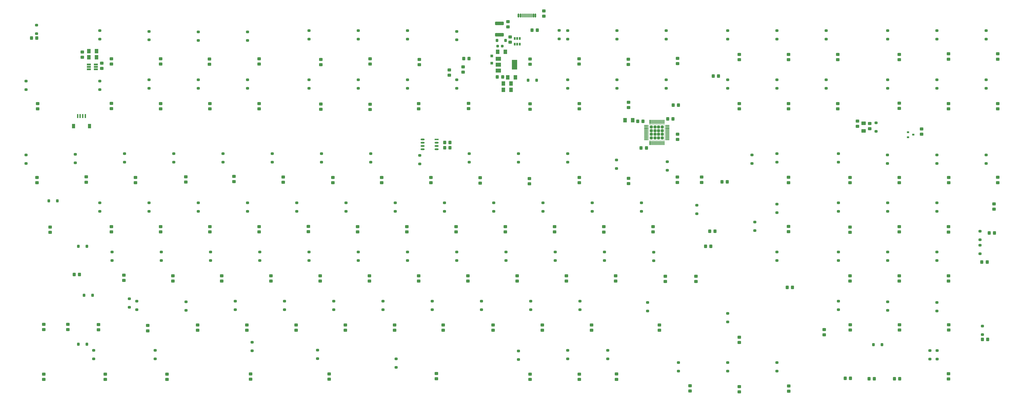
<source format=gbr>
G04 #@! TF.GenerationSoftware,KiCad,Pcbnew,(6.0.0)*
G04 #@! TF.CreationDate,2022-01-14T13:14:55-05:00*
G04 #@! TF.ProjectId,Boston-keyboard-V06-1J,426f7374-6f6e-42d6-9b65-79626f617264,rev?*
G04 #@! TF.SameCoordinates,Original*
G04 #@! TF.FileFunction,Paste,Bot*
G04 #@! TF.FilePolarity,Positive*
%FSLAX46Y46*%
G04 Gerber Fmt 4.6, Leading zero omitted, Abs format (unit mm)*
G04 Created by KiCad (PCBNEW (6.0.0)) date 2022-01-14 13:14:55*
%MOMM*%
%LPD*%
G01*
G04 APERTURE LIST*
G04 Aperture macros list*
%AMRoundRect*
0 Rectangle with rounded corners*
0 $1 Rounding radius*
0 $2 $3 $4 $5 $6 $7 $8 $9 X,Y pos of 4 corners*
0 Add a 4 corners polygon primitive as box body*
4,1,4,$2,$3,$4,$5,$6,$7,$8,$9,$2,$3,0*
0 Add four circle primitives for the rounded corners*
1,1,$1+$1,$2,$3*
1,1,$1+$1,$4,$5*
1,1,$1+$1,$6,$7*
1,1,$1+$1,$8,$9*
0 Add four rect primitives between the rounded corners*
20,1,$1+$1,$2,$3,$4,$5,0*
20,1,$1+$1,$4,$5,$6,$7,0*
20,1,$1+$1,$6,$7,$8,$9,0*
20,1,$1+$1,$8,$9,$2,$3,0*%
G04 Aperture macros list end*
%ADD10RoundRect,0.249999X-0.325001X-0.450001X0.325001X-0.450001X0.325001X0.450001X-0.325001X0.450001X0*%
%ADD11RoundRect,0.250000X-0.350000X0.250000X-0.350000X-0.250000X0.350000X-0.250000X0.350000X0.250000X0*%
%ADD12RoundRect,0.249999X0.325001X0.450001X-0.325001X0.450001X-0.325001X-0.450001X0.325001X-0.450001X0*%
%ADD13RoundRect,0.250001X-0.462499X-0.624999X0.462499X-0.624999X0.462499X0.624999X-0.462499X0.624999X0*%
%ADD14RoundRect,0.249999X-0.450001X0.325001X-0.450001X-0.325001X0.450001X-0.325001X0.450001X0.325001X0*%
%ADD15RoundRect,0.250000X-0.450000X0.325000X-0.450000X-0.325000X0.450000X-0.325000X0.450000X0.325000X0*%
%ADD16RoundRect,0.250000X0.325000X0.450000X-0.325000X0.450000X-0.325000X-0.450000X0.325000X-0.450000X0*%
%ADD17RoundRect,0.250000X0.250000X0.350000X-0.250000X0.350000X-0.250000X-0.350000X0.250000X-0.350000X0*%
%ADD18RoundRect,0.249999X0.450001X-0.325001X0.450001X0.325001X-0.450001X0.325001X-0.450001X-0.325001X0*%
%ADD19R,2.000000X1.500000*%
%ADD20R,2.000000X3.800000*%
%ADD21R,1.550000X0.600000*%
%ADD22RoundRect,0.300000X0.475000X0.000000X-0.475000X0.000000X-0.475000X0.000000X0.475000X0.000000X0*%
%ADD23R,1.100000X1.100000*%
%ADD24RoundRect,0.150000X-0.150000X-0.575000X0.150000X-0.575000X0.150000X0.575000X-0.150000X0.575000X0*%
%ADD25RoundRect,0.075000X-0.075000X-0.650000X0.075000X-0.650000X0.075000X0.650000X-0.075000X0.650000X0*%
%ADD26RoundRect,0.237500X0.287500X0.237500X-0.287500X0.237500X-0.287500X-0.237500X0.287500X-0.237500X0*%
%ADD27RoundRect,0.250001X-0.624999X0.462499X-0.624999X-0.462499X0.624999X-0.462499X0.624999X0.462499X0*%
%ADD28RoundRect,0.250000X0.450000X-0.325000X0.450000X0.325000X-0.450000X0.325000X-0.450000X-0.325000X0*%
%ADD29RoundRect,0.250000X-0.250000X-0.350000X0.250000X-0.350000X0.250000X0.350000X-0.250000X0.350000X0*%
%ADD30RoundRect,0.075000X0.662500X0.075000X-0.662500X0.075000X-0.662500X-0.075000X0.662500X-0.075000X0*%
%ADD31RoundRect,0.075000X0.075000X0.662500X-0.075000X0.662500X-0.075000X-0.662500X0.075000X-0.662500X0*%
%ADD32RoundRect,0.250000X-0.325000X-0.450000X0.325000X-0.450000X0.325000X0.450000X-0.325000X0.450000X0*%
%ADD33RoundRect,0.250000X1.450000X-0.400000X1.450000X0.400000X-1.450000X0.400000X-1.450000X-0.400000X0*%
%ADD34R,1.560000X0.650000*%
%ADD35R,0.600000X1.550000*%
%ADD36R,1.200000X1.800000*%
%ADD37RoundRect,0.250000X0.315000X0.315000X-0.315000X0.315000X-0.315000X-0.315000X0.315000X-0.315000X0*%
%ADD38RoundRect,0.062500X0.375000X0.062500X-0.375000X0.062500X-0.375000X-0.062500X0.375000X-0.062500X0*%
%ADD39RoundRect,0.062500X0.062500X0.375000X-0.062500X0.375000X-0.062500X-0.375000X0.062500X-0.375000X0*%
%ADD40R,0.900000X0.800000*%
%ADD41R,0.650000X1.060000*%
G04 APERTURE END LIST*
D10*
X374855000Y-168121250D03*
X376905000Y-168121250D03*
D11*
X124578750Y-100113750D03*
X124578750Y-103413750D03*
D12*
X78625000Y-127900000D03*
X76575000Y-127900000D03*
D13*
X244312500Y-51555000D03*
X247287500Y-51555000D03*
D14*
X148153125Y-109311250D03*
X148153125Y-111361250D03*
D13*
X240412500Y-41625000D03*
X243387500Y-41625000D03*
D11*
X238878750Y-100113750D03*
X238878750Y-103413750D03*
D15*
X258250000Y-25800000D03*
X258250000Y-27850000D03*
D16*
X242325000Y-51375000D03*
X240275000Y-51375000D03*
D17*
X255450000Y-52600000D03*
X252150000Y-52600000D03*
D16*
X221955000Y-78800000D03*
X219905000Y-78800000D03*
D11*
X97908750Y-137261250D03*
X97908750Y-140561250D03*
D14*
X262453125Y-109311250D03*
X262453125Y-111361250D03*
D11*
X286503750Y-52488750D03*
X286503750Y-55788750D03*
D14*
X157440000Y-90102500D03*
X157440000Y-92152500D03*
X67220000Y-109470000D03*
X67220000Y-111520000D03*
X252690000Y-90737500D03*
X252690000Y-92787500D03*
D18*
X290975000Y-46500000D03*
X290975000Y-44450000D03*
D14*
X190777500Y-128361250D03*
X190777500Y-130411250D03*
D11*
X224591250Y-52488750D03*
X224591250Y-55788750D03*
D18*
X252925000Y-46450000D03*
X252925000Y-44400000D03*
D14*
X276740625Y-147411250D03*
X276740625Y-149461250D03*
D19*
X240650000Y-48925000D03*
X240650000Y-46625000D03*
D20*
X246950000Y-46625000D03*
D19*
X240650000Y-44325000D03*
D11*
X276978750Y-100113750D03*
X276978750Y-103413750D03*
D14*
X414853125Y-61686250D03*
X414853125Y-63736250D03*
D11*
X348416250Y-81063750D03*
X348416250Y-84363750D03*
D14*
X171727500Y-128361250D03*
X171727500Y-130411250D03*
X209827500Y-128361250D03*
X209827500Y-130411250D03*
D11*
X57903750Y-52965000D03*
X57903750Y-56265000D03*
D21*
X216800000Y-75585000D03*
D22*
X216800000Y-76855000D03*
X216800000Y-78125000D03*
X216800000Y-79395000D03*
X211400000Y-79395000D03*
X211400000Y-78125000D03*
X211400000Y-76855000D03*
X211400000Y-75585000D03*
D15*
X87200000Y-46000000D03*
X87200000Y-48050000D03*
D11*
X348416250Y-33438750D03*
X348416250Y-36738750D03*
X76953750Y-81318750D03*
X76953750Y-84618750D03*
D14*
X243403125Y-109311250D03*
X243403125Y-111361250D03*
D11*
X115053750Y-81063750D03*
X115053750Y-84363750D03*
D14*
X152677500Y-128361250D03*
X152677500Y-130411250D03*
X352940625Y-42636250D03*
X352940625Y-44686250D03*
D23*
X238150000Y-43225000D03*
X238150000Y-46025000D03*
D11*
X205541250Y-52488750D03*
X205541250Y-55788750D03*
D13*
X82262500Y-41325000D03*
X85237500Y-41325000D03*
D11*
X243641250Y-119163750D03*
X243641250Y-122463750D03*
D14*
X433903125Y-42398125D03*
X433903125Y-44448125D03*
X219352500Y-147411250D03*
X219352500Y-149461250D03*
D18*
X271900000Y-46375000D03*
X271900000Y-44325000D03*
D11*
X329366250Y-33438750D03*
X329366250Y-36738750D03*
X172203750Y-81063750D03*
X172203750Y-84363750D03*
D14*
X302934375Y-147411250D03*
X302934375Y-149461250D03*
X81240000Y-90075000D03*
X81240000Y-92125000D03*
D11*
X219828750Y-100113750D03*
X219828750Y-103413750D03*
D14*
X228877500Y-128361250D03*
X228877500Y-130411250D03*
D15*
X309950000Y-90165000D03*
X309950000Y-92215000D03*
D16*
X255725000Y-33250000D03*
X253675000Y-33250000D03*
D14*
X110053125Y-109311250D03*
X110053125Y-111361250D03*
X333900000Y-171325000D03*
X333900000Y-173375000D03*
X138390000Y-89857500D03*
X138390000Y-91907500D03*
D11*
X57903750Y-81540000D03*
X57903750Y-84840000D03*
D14*
X64809375Y-147173125D03*
X64809375Y-149223125D03*
X414850000Y-166325000D03*
X414850000Y-168375000D03*
D11*
X167441250Y-119163750D03*
X167441250Y-122463750D03*
X298410000Y-138690000D03*
X298410000Y-141990000D03*
D18*
X110053125Y-46353125D03*
X110053125Y-44303125D03*
D11*
X410328750Y-100113750D03*
X410328750Y-103413750D03*
D10*
X320800625Y-116924375D03*
X322850625Y-116924375D03*
D16*
X296625000Y-68500000D03*
X294575000Y-68500000D03*
D18*
X210060000Y-46630000D03*
X210060000Y-44580000D03*
D14*
X352940625Y-109238750D03*
X352940625Y-111288750D03*
D11*
X61975000Y-31275000D03*
X61975000Y-34575000D03*
D14*
X281503125Y-109383750D03*
X281503125Y-111433750D03*
X129103125Y-61686250D03*
X129103125Y-63736250D03*
X353020000Y-171075000D03*
X353020000Y-173125000D03*
D11*
X367466250Y-33438750D03*
X367466250Y-36738750D03*
D14*
X95819600Y-128139000D03*
X95819600Y-130189000D03*
D11*
X143628750Y-33915000D03*
X143628750Y-37215000D03*
D14*
X352950000Y-90250000D03*
X352950000Y-92300000D03*
X395803125Y-61520625D03*
X395803125Y-63570625D03*
X91003125Y-61613750D03*
X91003125Y-63663750D03*
X333890625Y-42636250D03*
X333890625Y-44686250D03*
D15*
X366700000Y-149200000D03*
X366700000Y-151250000D03*
D11*
X427930000Y-147890000D03*
X427930000Y-151190000D03*
D14*
X266977500Y-128361250D03*
X266977500Y-130411250D03*
X86002500Y-147252500D03*
X86002500Y-149302500D03*
X414900000Y-147375000D03*
X414900000Y-149425000D03*
D11*
X205541250Y-33438750D03*
X205541250Y-36738750D03*
D14*
X352940625Y-61686250D03*
X352940625Y-63736250D03*
D11*
X317460000Y-101066250D03*
X317460000Y-104366250D03*
D14*
X124340625Y-147411250D03*
X124340625Y-149461250D03*
D11*
X124578750Y-52488750D03*
X124578750Y-55788750D03*
D15*
X79675000Y-41700000D03*
X79675000Y-43750000D03*
D11*
X84097500Y-157263750D03*
X84097500Y-160563750D03*
D14*
X229115625Y-61613750D03*
X229115625Y-63663750D03*
X333900000Y-152175000D03*
X333900000Y-154225000D03*
D24*
X248487000Y-27575000D03*
X249287000Y-27575000D03*
D25*
X250487000Y-27575000D03*
X251483000Y-27575000D03*
X251987000Y-27575000D03*
X252987000Y-27575000D03*
D24*
X254987000Y-27575000D03*
X254187000Y-27575000D03*
D25*
X253487000Y-27575000D03*
X252487000Y-27575000D03*
X250987000Y-27575000D03*
X249987000Y-27575000D03*
D14*
X62428125Y-61686250D03*
X62428125Y-63736250D03*
X186253125Y-109311250D03*
X186253125Y-111361250D03*
D17*
X81461250Y-117003750D03*
X78161250Y-117003750D03*
D14*
X214590000Y-90261250D03*
X214590000Y-92311250D03*
D11*
X348416250Y-162026250D03*
X348416250Y-165326250D03*
X124578750Y-33915000D03*
X124578750Y-37215000D03*
D26*
X242175000Y-39400000D03*
X240425000Y-39400000D03*
D14*
X271978125Y-61686250D03*
X271978125Y-63736250D03*
D10*
X427718750Y-123036250D03*
X429768750Y-123036250D03*
D11*
X91241250Y-119163750D03*
X91241250Y-122463750D03*
D10*
X322467500Y-111130000D03*
X324517500Y-111130000D03*
D14*
X433850000Y-90250000D03*
X433850000Y-92300000D03*
D11*
X339900000Y-107550000D03*
X339900000Y-110850000D03*
X119816250Y-138435000D03*
X119816250Y-141735000D03*
D10*
X352425000Y-132875000D03*
X354475000Y-132875000D03*
D14*
X129103125Y-109311250D03*
X129103125Y-111361250D03*
D11*
X296028750Y-100113750D03*
X296028750Y-103413750D03*
D14*
X64809375Y-166461250D03*
X64809375Y-168511250D03*
D11*
X86478750Y-52965000D03*
X86478750Y-56265000D03*
D10*
X308275000Y-62275000D03*
X310325000Y-62275000D03*
D14*
X395803125Y-109311250D03*
X395803125Y-111361250D03*
X317140000Y-128545000D03*
X317140000Y-130595000D03*
D11*
X329366250Y-142976250D03*
X329366250Y-146276250D03*
D27*
X382000000Y-69312500D03*
X382000000Y-72287500D03*
D11*
X348416250Y-119163750D03*
X348416250Y-122463750D03*
X429378750Y-52488750D03*
X429378750Y-55788750D03*
D14*
X171965625Y-61851875D03*
X171965625Y-63901875D03*
X162440625Y-147411250D03*
X162440625Y-149461250D03*
X376753125Y-90261250D03*
X376753125Y-92311250D03*
X247927500Y-128361250D03*
X247927500Y-130411250D03*
X200540625Y-147411250D03*
X200540625Y-149461250D03*
D11*
X306020000Y-84180000D03*
X306020000Y-87480000D03*
X129341250Y-119163750D03*
X129341250Y-122463750D03*
D28*
X310030000Y-75560000D03*
X310030000Y-73510000D03*
D14*
X114717200Y-128361250D03*
X114717200Y-130411250D03*
X395803125Y-128361250D03*
X395803125Y-130411250D03*
X205303125Y-109311250D03*
X205303125Y-111361250D03*
D18*
X191015625Y-46353125D03*
X191015625Y-44303125D03*
D14*
X333890625Y-61686250D03*
X333890625Y-63736250D03*
D11*
X329366250Y-162026250D03*
X329366250Y-165326250D03*
X372228750Y-100113750D03*
X372228750Y-103413750D03*
X338800000Y-81550000D03*
X338800000Y-84850000D03*
D14*
X224353125Y-109311250D03*
X224353125Y-111361250D03*
D11*
X176966250Y-138213750D03*
X176966250Y-141513750D03*
X248403750Y-81063750D03*
X248403750Y-84363750D03*
X138866250Y-138213750D03*
X138866250Y-141513750D03*
D13*
X289642500Y-68085000D03*
X292617500Y-68085000D03*
D14*
X286027500Y-128361250D03*
X286027500Y-130411250D03*
X271978125Y-166461250D03*
X271978125Y-168511250D03*
D10*
X384062500Y-168280000D03*
X386112500Y-168280000D03*
D14*
X133627500Y-128361250D03*
X133627500Y-130411250D03*
X105052500Y-147649375D03*
X105052500Y-149699375D03*
D11*
X372228750Y-138213750D03*
X372228750Y-141513750D03*
D14*
X167203125Y-109238750D03*
X167203125Y-111288750D03*
D11*
X305553750Y-33438750D03*
X305553750Y-36738750D03*
D14*
X395803125Y-42636250D03*
X395803125Y-44686250D03*
D11*
X391278750Y-52488750D03*
X391278750Y-55788750D03*
X281741250Y-119163750D03*
X281741250Y-122463750D03*
X286410000Y-83485000D03*
X286410000Y-86785000D03*
D14*
X181490625Y-147411250D03*
X181490625Y-149461250D03*
X432450000Y-100535000D03*
X432450000Y-102585000D03*
D11*
X210250000Y-81775000D03*
X210250000Y-85075000D03*
X348416250Y-52488750D03*
X348416250Y-55788750D03*
D14*
X314790000Y-170990000D03*
X314790000Y-173040000D03*
D11*
X267453750Y-157263750D03*
X267453750Y-160563750D03*
X224591250Y-33693750D03*
X224591250Y-36993750D03*
D14*
X195540000Y-90261250D03*
X195540000Y-92311250D03*
X74096250Y-147173125D03*
X74096250Y-149223125D03*
D11*
X257928750Y-100113750D03*
X257928750Y-103413750D03*
D14*
X143390625Y-147411250D03*
X143390625Y-149461250D03*
D11*
X186491250Y-119163750D03*
X186491250Y-122463750D03*
D14*
X371990625Y-61686250D03*
X371990625Y-63736250D03*
X371990625Y-42636250D03*
X371990625Y-44686250D03*
D11*
X186491250Y-52488750D03*
X186491250Y-55788750D03*
X391278750Y-119163750D03*
X391278750Y-122463750D03*
X215066250Y-138213750D03*
X215066250Y-141513750D03*
D29*
X240150000Y-37200000D03*
X243450000Y-37200000D03*
D14*
X395800000Y-90300000D03*
X395800000Y-92350000D03*
X291000000Y-61175000D03*
X291000000Y-63225000D03*
X238640625Y-147411250D03*
X238640625Y-149461250D03*
D13*
X242612500Y-53925000D03*
X245587500Y-53925000D03*
D11*
X348416250Y-100590000D03*
X348416250Y-103890000D03*
D15*
X319325000Y-90150000D03*
X319325000Y-92200000D03*
D14*
X175200000Y-166400000D03*
X175200000Y-168450000D03*
D11*
X391200000Y-81540000D03*
X391200000Y-84840000D03*
D14*
X414875000Y-90300000D03*
X414875000Y-92350000D03*
D18*
X171965625Y-46591250D03*
X171965625Y-44541250D03*
D11*
X429378750Y-33438750D03*
X429378750Y-36738750D03*
X196016250Y-138213750D03*
X196016250Y-141513750D03*
X283000000Y-157263750D03*
X283000000Y-160563750D03*
X410328750Y-33438750D03*
X410328750Y-36738750D03*
D14*
X209827500Y-61686250D03*
X209827500Y-63736250D03*
D11*
X410400000Y-157350000D03*
X410400000Y-160650000D03*
D17*
X389050000Y-155100000D03*
X385750000Y-155100000D03*
D11*
X167441250Y-33438750D03*
X167441250Y-36738750D03*
D13*
X242612500Y-56325000D03*
X245587500Y-56325000D03*
D30*
X306122500Y-70120000D03*
X306122500Y-70620000D03*
X306122500Y-71120000D03*
X306122500Y-71620000D03*
X306122500Y-72120000D03*
X306122500Y-72620000D03*
X306122500Y-73120000D03*
X306122500Y-73620000D03*
X306122500Y-74120000D03*
X306122500Y-74620000D03*
X306122500Y-75120000D03*
X306122500Y-75620000D03*
D31*
X304710000Y-77032500D03*
X304210000Y-77032500D03*
X303710000Y-77032500D03*
X303210000Y-77032500D03*
X302710000Y-77032500D03*
X302210000Y-77032500D03*
X301710000Y-77032500D03*
X301210000Y-77032500D03*
X300710000Y-77032500D03*
X300210000Y-77032500D03*
X299710000Y-77032500D03*
X299210000Y-77032500D03*
D30*
X297797500Y-75620000D03*
X297797500Y-75120000D03*
X297797500Y-74620000D03*
X297797500Y-74120000D03*
X297797500Y-73620000D03*
X297797500Y-73120000D03*
X297797500Y-72620000D03*
X297797500Y-72120000D03*
X297797500Y-71620000D03*
X297797500Y-71120000D03*
X297797500Y-70620000D03*
X297797500Y-70120000D03*
D31*
X299210000Y-68707500D03*
X299710000Y-68707500D03*
X300210000Y-68707500D03*
X300710000Y-68707500D03*
X301210000Y-68707500D03*
X301710000Y-68707500D03*
X302210000Y-68707500D03*
X302710000Y-68707500D03*
X303210000Y-68707500D03*
X303710000Y-68707500D03*
X304210000Y-68707500D03*
X304710000Y-68707500D03*
D15*
X144820000Y-166390000D03*
X144820000Y-168440000D03*
D11*
X153153750Y-81063750D03*
X153153750Y-84363750D03*
X200778750Y-100113750D03*
X200778750Y-103413750D03*
X234116250Y-138213750D03*
X234116250Y-141513750D03*
X372228750Y-81063750D03*
X372228750Y-84363750D03*
X391278750Y-138468750D03*
X391278750Y-141768750D03*
D18*
X128865000Y-46425625D03*
X128865000Y-44375625D03*
D11*
X186491250Y-33438750D03*
X186491250Y-36738750D03*
X267453750Y-81063750D03*
X267453750Y-84363750D03*
X110291250Y-119163750D03*
X110291250Y-122463750D03*
D14*
X376753125Y-128361250D03*
X376753125Y-130411250D03*
D11*
X100766250Y-138213750D03*
X100766250Y-141513750D03*
D15*
X384300000Y-69400000D03*
X384300000Y-71450000D03*
D11*
X372228750Y-119163750D03*
X372228750Y-122463750D03*
X429378750Y-81540000D03*
X429378750Y-84840000D03*
X229353750Y-81063750D03*
X229353750Y-84363750D03*
X329366250Y-52488750D03*
X329366250Y-55788750D03*
X391278750Y-33438750D03*
X391278750Y-36738750D03*
D14*
X300553125Y-109311250D03*
X300553125Y-111361250D03*
X88621875Y-166461250D03*
X88621875Y-168511250D03*
D12*
X432595000Y-111820000D03*
X430545000Y-111820000D03*
D11*
X157916250Y-138213750D03*
X157916250Y-141513750D03*
D17*
X81450000Y-154900000D03*
X78150000Y-154900000D03*
D32*
X219890000Y-76760000D03*
X221940000Y-76760000D03*
D17*
X70031250Y-99382500D03*
X66731250Y-99382500D03*
X83650000Y-135900000D03*
X80350000Y-135900000D03*
D15*
X245200000Y-35850000D03*
X245200000Y-37900000D03*
D10*
X393905000Y-168280000D03*
X395955000Y-168280000D03*
D14*
X110053125Y-61686250D03*
X110053125Y-63736250D03*
D11*
X167441250Y-52488750D03*
X167441250Y-55788750D03*
D32*
X295885000Y-78875000D03*
X297935000Y-78875000D03*
D14*
X414853125Y-109383750D03*
X414853125Y-111433750D03*
D11*
X367466250Y-52488750D03*
X367466250Y-55788750D03*
D33*
X241100000Y-35025000D03*
X241100000Y-30575000D03*
D14*
X305240000Y-128525000D03*
X305240000Y-130575000D03*
X119750000Y-90025000D03*
X119750000Y-92075000D03*
D28*
X379590000Y-70505000D03*
X379590000Y-68455000D03*
D14*
X414853125Y-128361250D03*
X414853125Y-130411250D03*
D16*
X308225000Y-67625000D03*
X306175000Y-67625000D03*
D34*
X84971250Y-46521250D03*
X84971250Y-47471250D03*
X84971250Y-48421250D03*
X82271250Y-48421250D03*
X82271250Y-47471250D03*
X82271250Y-46521250D03*
D13*
X82237500Y-43725000D03*
X85212500Y-43725000D03*
D11*
X264200000Y-33300000D03*
X264200000Y-36600000D03*
X205541250Y-119163750D03*
X205541250Y-122463750D03*
X386800000Y-69150000D03*
X386800000Y-72450000D03*
D14*
X257690625Y-147411250D03*
X257690625Y-149461250D03*
D11*
X170720000Y-157211000D03*
X170720000Y-160511000D03*
D28*
X221720000Y-50695000D03*
X221720000Y-48645000D03*
D11*
X272216250Y-138213750D03*
X272216250Y-141513750D03*
D14*
X191015625Y-61924375D03*
X191015625Y-63974375D03*
X376753125Y-109476875D03*
X376753125Y-111526875D03*
D11*
X96003750Y-81063750D03*
X96003750Y-84363750D03*
D14*
X252900000Y-61795000D03*
X252900000Y-63845000D03*
D35*
X80900000Y-66500000D03*
X79900000Y-66500000D03*
X78900000Y-66500000D03*
X77900000Y-66500000D03*
D36*
X76300000Y-70375000D03*
X82500000Y-70375000D03*
D11*
X191253750Y-81063750D03*
X191253750Y-84363750D03*
X253166250Y-138213750D03*
X253166250Y-141513750D03*
X407600000Y-157350000D03*
X407600000Y-160650000D03*
X410328750Y-81540000D03*
X410328750Y-84840000D03*
X107910000Y-157263750D03*
X107910000Y-160563750D03*
X201100000Y-160575000D03*
X201100000Y-163875000D03*
D18*
X310000000Y-46200000D03*
X310000000Y-44150000D03*
D14*
X233610000Y-90415000D03*
X233610000Y-92465000D03*
X376800000Y-147375000D03*
X376800000Y-149425000D03*
D11*
X427000000Y-116550000D03*
X427000000Y-119850000D03*
X86478750Y-33438750D03*
X86478750Y-36738750D03*
D14*
X176648750Y-90261250D03*
X176648750Y-92311250D03*
D11*
X162678750Y-100113750D03*
X162678750Y-103413750D03*
X267453750Y-33438750D03*
X267453750Y-36738750D03*
X410328750Y-52488750D03*
X410328750Y-55788750D03*
D14*
X112434375Y-166461250D03*
X112434375Y-168511250D03*
D16*
X62100000Y-36275000D03*
X60050000Y-36275000D03*
D11*
X224591250Y-119163750D03*
X224591250Y-122463750D03*
D37*
X299860000Y-73570000D03*
X304060000Y-73570000D03*
X304060000Y-72170000D03*
X304060000Y-74970000D03*
X299860000Y-70770000D03*
X302660000Y-72170000D03*
X301260000Y-70770000D03*
X301260000Y-74970000D03*
X301260000Y-73570000D03*
X304060000Y-70770000D03*
X302660000Y-70770000D03*
X299860000Y-72170000D03*
X299860000Y-74970000D03*
X302660000Y-73570000D03*
X301260000Y-72170000D03*
X302660000Y-74970000D03*
D38*
X305397500Y-70120000D03*
X305397500Y-70620000D03*
X305397500Y-71120000D03*
X305397500Y-71620000D03*
X305397500Y-72120000D03*
X305397500Y-72620000D03*
X305397500Y-73120000D03*
X305397500Y-73620000D03*
X305397500Y-74120000D03*
X305397500Y-74620000D03*
X305397500Y-75120000D03*
X305397500Y-75620000D03*
D39*
X304710000Y-76307500D03*
X304210000Y-76307500D03*
X303710000Y-76307500D03*
X303210000Y-76307500D03*
X302710000Y-76307500D03*
X302210000Y-76307500D03*
X301710000Y-76307500D03*
X301210000Y-76307500D03*
X300710000Y-76307500D03*
X300210000Y-76307500D03*
X299710000Y-76307500D03*
X299210000Y-76307500D03*
D38*
X298522500Y-75620000D03*
X298522500Y-75120000D03*
X298522500Y-74620000D03*
X298522500Y-74120000D03*
X298522500Y-73620000D03*
X298522500Y-73120000D03*
X298522500Y-72620000D03*
X298522500Y-72120000D03*
X298522500Y-71620000D03*
X298522500Y-71120000D03*
X298522500Y-70620000D03*
X298522500Y-70120000D03*
D39*
X299210000Y-69432500D03*
X299710000Y-69432500D03*
X300210000Y-69432500D03*
X300710000Y-69432500D03*
X301210000Y-69432500D03*
X301710000Y-69432500D03*
X302210000Y-69432500D03*
X302710000Y-69432500D03*
X303210000Y-69432500D03*
X303710000Y-69432500D03*
X304210000Y-69432500D03*
X304710000Y-69432500D03*
D11*
X145373000Y-154117000D03*
X145373000Y-157417000D03*
D14*
X395850000Y-147375000D03*
X395850000Y-149425000D03*
D11*
X300800000Y-119250000D03*
X300800000Y-122550000D03*
D14*
X252928125Y-166461250D03*
X252928125Y-168511250D03*
D11*
X105528750Y-100113750D03*
X105528750Y-103413750D03*
D14*
X91003125Y-109311250D03*
X91003125Y-111361250D03*
D32*
X323775000Y-51000000D03*
X325825000Y-51000000D03*
D14*
X62190000Y-90261250D03*
X62190000Y-92311250D03*
D11*
X181728750Y-100113750D03*
X181728750Y-103413750D03*
D14*
X291050000Y-90595000D03*
X291050000Y-92645000D03*
D28*
X227040000Y-49515000D03*
X227040000Y-47465000D03*
D14*
X286370400Y-166433200D03*
X286370400Y-168483200D03*
D11*
X267453750Y-52488750D03*
X267453750Y-55788750D03*
X310316250Y-162026250D03*
X310316250Y-165326250D03*
X134103750Y-81063750D03*
X134103750Y-84363750D03*
X86478750Y-100090000D03*
X86478750Y-103390000D03*
D15*
X216710000Y-166240000D03*
X216710000Y-168290000D03*
D14*
X272010000Y-90305000D03*
X272010000Y-92355000D03*
X433903125Y-61686250D03*
X433903125Y-63736250D03*
D40*
X399175000Y-74675000D03*
X399175000Y-72775000D03*
X401175000Y-73725000D03*
D14*
X100290000Y-90261250D03*
X100290000Y-92311250D03*
D11*
X148391250Y-119163750D03*
X148391250Y-122463750D03*
X305553750Y-52488750D03*
X305553750Y-55788750D03*
X105528750Y-52488750D03*
X105528750Y-55788750D03*
X143628750Y-100113750D03*
X143628750Y-103413750D03*
X262691250Y-119163750D03*
X262691250Y-122463750D03*
D15*
X244400000Y-29900000D03*
X244400000Y-31950000D03*
D11*
X410328750Y-138690000D03*
X410328750Y-141990000D03*
D18*
X148153125Y-46353125D03*
X148153125Y-44303125D03*
D41*
X248920000Y-38625000D03*
X247970000Y-38625000D03*
X247020000Y-38625000D03*
X247020000Y-36425000D03*
X247970000Y-36425000D03*
X248920000Y-36425000D03*
D18*
X91003125Y-46353125D03*
X91003125Y-44303125D03*
D14*
X414853125Y-42398125D03*
X414853125Y-44448125D03*
X148153125Y-61686250D03*
X148153125Y-63736250D03*
D15*
X404400000Y-71500000D03*
X404400000Y-73550000D03*
D32*
X327200000Y-92025000D03*
X329250000Y-92025000D03*
D11*
X248403750Y-157485000D03*
X248403750Y-160785000D03*
D10*
X427925000Y-153050000D03*
X429975000Y-153050000D03*
D11*
X410328750Y-119163750D03*
X410328750Y-122463750D03*
X427000000Y-111150000D03*
X427000000Y-114450000D03*
X391278750Y-100113750D03*
X391278750Y-103413750D03*
X286503750Y-33438750D03*
X286503750Y-36738750D03*
X143628750Y-52488750D03*
X143628750Y-55788750D03*
D10*
X227275000Y-44225000D03*
X229325000Y-44225000D03*
D11*
X105528750Y-33693750D03*
X105528750Y-36993750D03*
M02*

</source>
